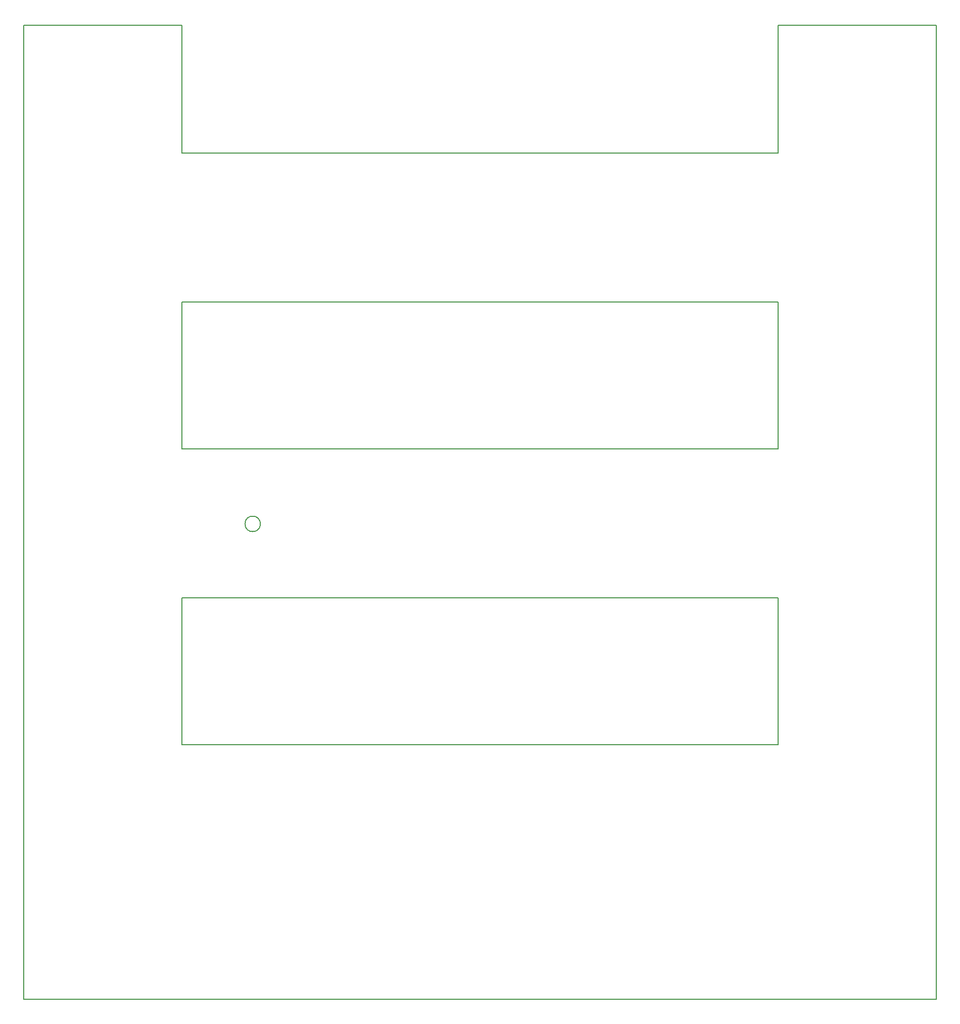
<source format=gbr>
%TF.GenerationSoftware,KiCad,Pcbnew,(5.1.5)-3*%
%TF.CreationDate,2021-10-03T16:15:59+02:00*%
%TF.ProjectId,Backplane PSU,4261636b-706c-4616-9e65-205053552e6b,rev?*%
%TF.SameCoordinates,PX68e7780PYb532b80*%
%TF.FileFunction,Profile,NP*%
%FSLAX46Y46*%
G04 Gerber Fmt 4.6, Leading zero omitted, Abs format (unit mm)*
G04 Created by KiCad (PCBNEW (5.1.5)-3) date 2021-10-03 16:15:59*
%MOMM*%
%LPD*%
G04 APERTURE LIST*
%TA.AperFunction,Profile*%
%ADD10C,0.200000*%
%TD*%
G04 APERTURE END LIST*
D10*
X140000000Y-10000000D02*
X-10000000Y-10000000D01*
X16000000Y31800000D02*
X16000000Y55900000D01*
X16000000Y55900000D02*
X114000000Y55900000D01*
X114000000Y31800000D02*
X16000000Y31800000D01*
X114000000Y150000000D02*
X114000000Y129000000D01*
X16000000Y129000000D02*
X16000000Y150000000D01*
X-10000000Y-10000000D02*
X-10000000Y150000000D01*
X114000000Y104500000D02*
X114000000Y80400000D01*
X16000000Y104500000D02*
X114000000Y104500000D01*
X16000000Y80400000D02*
X16000000Y104500000D01*
X114000000Y80400000D02*
X16000000Y80400000D01*
X140000000Y150000000D02*
X140000000Y-10000000D01*
X114000000Y150000000D02*
X140000000Y150000000D01*
X-10000000Y150000000D02*
X16000000Y150000000D01*
X28930000Y68060000D02*
G75*
G03X28930000Y68060000I-1270000J0D01*
G01*
X114000000Y55900000D02*
X114000000Y31800000D01*
X114000000Y129000000D02*
X16000000Y129000000D01*
M02*

</source>
